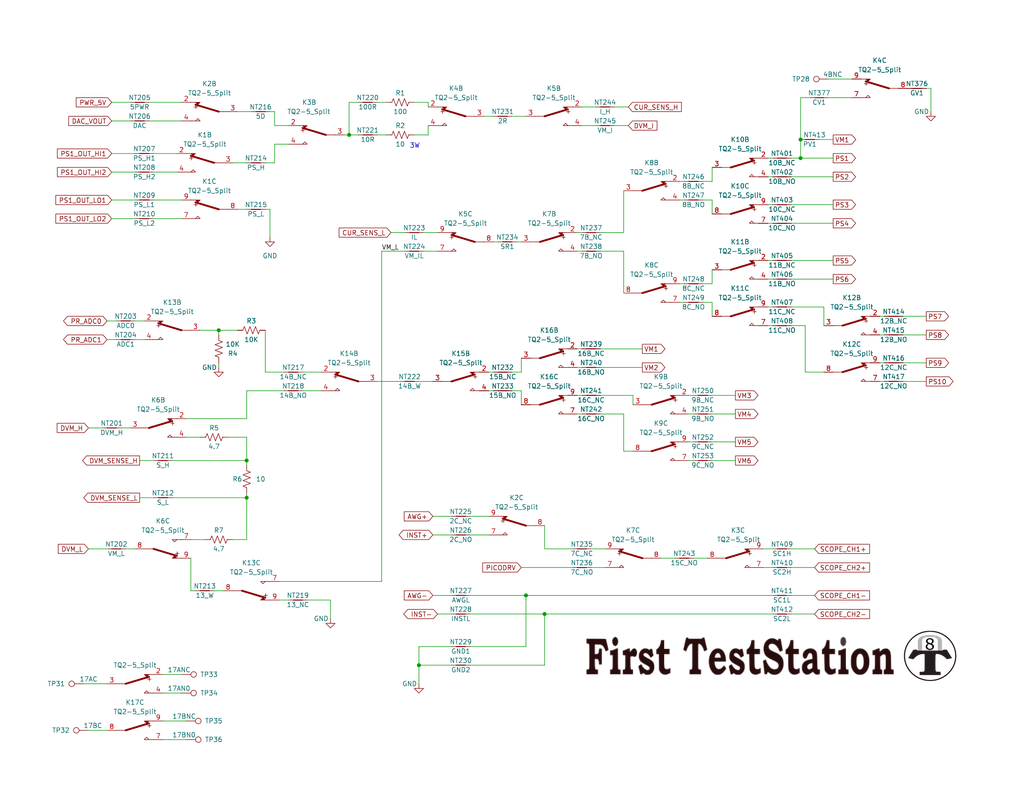
<source format=kicad_sch>
(kicad_sch (version 20230121) (generator eeschema)
  (paper "A")
  (title_block (title "FIRST TEST STATION SELFTEST BOARD 640-1010-020") (date "2023-10-01") (rev "2.0"))
  (lib_symbols
    (symbol "Library:NetTie_2" (pin_numbers hide) (pin_names (offset 0) hide) (in_bom no)
      (property "Reference" "NT" (at 0 1.27 0))
      (property "Value" "NetTie_2" (at 0 -1.27 0))
      (symbol "NetTie_2_0_1"
        (polyline (pts (xy -1.27 0) (xy 1.27 0)) (stroke (width 0.254)))
      )
      (symbol "NetTie_2_1_1"
        (pin passive line (at -2.54 0 0) (length 2.54) (name "1") (number "1"))
        (pin passive line (at 2.54 0 180) (length 2.54) (name "2") (number "2"))
      )
    )
    (symbol "Library:R_US" (pin_numbers hide) (pin_names (offset 0))
      (property "Reference" "R" (at 2.54 0 90))
      (property "Value" "R_US" (at -2.54 0 90))
      (symbol "R_US_0_1"
        (polyline (pts (xy 0 -2.286) (xy 0 -2.54)))
        (polyline (pts (xy 0 2.286) (xy 0 2.54)))
        (polyline (pts (xy 0 -0.762) (xy 1.016 -1.143) (xy 0 -1.524) (xy -1.016 -1.905) (xy 0 -2.286)))
        (polyline (pts (xy 0 0.762) (xy 1.016 0.381) (xy 0 0) (xy -1.016 -0.381) (xy 0 -0.762)))
        (polyline (pts (xy 0 2.286) (xy 1.016 1.905) (xy 0 1.524) (xy -1.016 1.143) (xy 0 0.762)))
      )
      (symbol "R_US_1_1"
        (pin passive line (at 0 3.81 270) (length 1.27) (name "~") (number "1"))
        (pin passive line (at 0 -3.81 90) (length 1.27) (name "~") (number "2"))
      )
    )
    (symbol "Library:TQ2-5_Split"
      (property "Reference" "K" (at 6.35 1.27 0))
      (property "Value" "TQ2-5_Split" (at 6.35 -1.27 0))
      (symbol "TQ2-5_Split_0_0"
        (text "+" (at -1.27 3.81 0) (effects (font (size 1.27 1.27))))
      )
      (symbol "TQ2-5_Split_1_1"
        (rectangle (start -5.08 5.08) (end 5.08 -5.08) (stroke (width 0.254)) (fill (type background)))
        (rectangle (start -3.175 1.905) (end 3.175 -1.905) (stroke (width 0.254)))
        (polyline (pts (xy -2.54 -1.905) (xy 2.54 1.905)) (stroke (width 0.254)))
        (polyline (pts (xy 0 -5.08) (xy 0 -1.905)))
        (polyline (pts (xy 0 5.08) (xy 0 1.905)))
        (pin passive line (at 0 7.62 270) (length 2.54) (name "~") (number "1"))
        (pin passive line (at 0 -7.62 90) (length 2.54) (name "~") (number "10"))
      )
      (symbol "TQ2-5_Split_2_1"
        (polyline (pts (xy 0 -2.54) (xy -1.905 3.81)) (stroke (width 0.508)))
        (polyline (pts (xy 0 -2.54) (xy 0 -5.08)))
        (polyline (pts (xy -2.54 5.08) (xy -2.54 2.54) (xy -1.905 3.175) (xy -2.54 3.81)) (fill (type outline)))
        (polyline (pts (xy 2.54 5.08) (xy 2.54 2.54) (xy 1.905 3.175) (xy 2.54 3.81)))
        (pin passive line (at -2.54 7.62 270) (length 2.54) (name "~") (number "2"))
        (pin passive line (at 0 -7.62 90) (length 2.54) (name "~") (number "3"))
        (pin passive line (at 2.54 7.62 270) (length 2.54) (name "~") (number "4"))
      )
      (symbol "TQ2-5_Split_3_1"
        (polyline (pts (xy 0 -2.54) (xy -1.905 3.81)) (stroke (width 0.508)))
        (polyline (pts (xy 0 -2.54) (xy 0 -5.08)))
        (polyline (pts (xy -2.54 5.08) (xy -2.54 2.54) (xy -1.905 3.175) (xy -2.54 3.81)) (fill (type outline)))
        (polyline (pts (xy 2.54 5.08) (xy 2.54 2.54) (xy 1.905 3.175) (xy 2.54 3.81)))
        (pin passive line (at 2.54 7.62 270) (length 2.54) (name "~") (number "7"))
        (pin passive line (at 0 -7.62 90) (length 2.54) (name "~") (number "8"))
        (pin passive line (at -2.54 7.62 270) (length 2.54) (name "~") (number "9"))
      )
    )
    (symbol "Library:TestPoint" (pin_numbers hide) (pin_names (offset 0.762) hide)
      (property "Reference" "TP" (at 0 6.858 0))
      (property "Value" "TestPoint" (at 0 5.08 0))
      (symbol "TestPoint_0_1"
        (circle (center 0 3.302) (radius 0.762))
      )
      (symbol "TestPoint_1_1"
        (pin passive line (at 0 0 90) (length 2.54) (name "1") (number "1"))
      )
    )
    (symbol "power:GND" (power) (pin_names (offset 0))
      (property "Value" "GND" (at 0 -3.81 0))
      (symbol "GND_0_1"
        (polyline (pts (xy 0 0) (xy 0 -1.27) (xy 1.27 -1.27) (xy 0 -2.54) (xy -1.27 -1.27) (xy 0 -1.27)))
      )
      (symbol "GND_1_1"
        (pin power_in line (at 0 0 270) (length 0) hide (name "GND") (number "1"))
      )
    )
  )
  (junction (at 218.44 38.1))
  (junction (at 59.69 90.17))
  (junction (at 143.51 162.56))
  (junction (at 114.3 181.61))
  (junction (at 95.25 36.83))
  (junction (at 67.31 135.89))
  (junction (at 148.59 167.64))
  (junction (at 67.31 125.73))
  (junction (at 218.44 43.18))
  (wire (pts (xy 104.14 68.58) (xy 110.49 68.58)))
  (wire (pts (xy 223.52 38.1) (xy 227.33 38.1)))
  (wire (pts (xy 72.39 44.45) (xy 74.93 44.45)))
  (wire (pts (xy 67.31 119.38) (xy 67.31 125.73)))
  (wire (pts (xy 118.11 146.05) (xy 123.19 146.05)))
  (wire (pts (xy 209.55 71.12) (xy 210.82 71.12)))
  (wire (pts (xy 118.11 162.56) (xy 123.19 162.56)))
  (wire (pts (xy 82.55 106.68) (xy 87.63 106.68)))
  (wire (pts (xy 113.03 27.94) (xy 116.84 27.94)))
  (wire (pts (xy 157.48 63.5) (xy 158.75 63.5)))
  (wire (pts (xy 134.62 66.04) (xy 135.89 66.04)))
  (wire (pts (xy 219.71 88.9) (xy 215.9 88.9)))
  (wire (pts (xy 209.55 88.9) (xy 210.82 88.9)))
  (wire (pts (xy 139.7 106.68) (xy 142.24 106.68)))
  (wire (pts (xy 76.2 158.75) (xy 104.14 158.75)))
  (wire (pts (xy 232.41 21.59) (xy 226.06 21.59)))
  (wire (pts (xy 215.9 167.64) (xy 222.25 167.64)))
  (wire (pts (xy 63.5 44.45) (xy 67.31 44.45)))
  (wire (pts (xy 44.45 196.85) (xy 50.8 196.85)))
  (wire (pts (xy 95.25 27.94) (xy 95.25 36.83)))
  (wire (pts (xy 36.83 87.63) (xy 39.37 87.63)))
  (wire (pts (xy 90.17 163.83) (xy 90.17 168.91)))
  (wire (pts (xy 73.66 57.15) (xy 72.39 57.15)))
  (wire (pts (xy 30.48 27.94) (xy 35.56 27.94)))
  (wire (pts (xy 220.98 26.67) (xy 218.44 26.67)))
  (wire (pts (xy 163.83 95.25) (xy 175.26 95.25)))
  (wire (pts (xy 52.07 147.32) (xy 55.88 147.32)))
  (wire (pts (xy 102.87 36.83) (xy 105.41 36.83)))
  (wire (pts (xy 240.03 99.06) (xy 241.3 99.06)))
  (wire (pts (xy 148.59 181.61) (xy 148.59 167.64)))
  (wire (pts (xy 123.19 176.53) (xy 114.3 176.53)))
  (wire (pts (xy 185.42 54.61) (xy 186.69 54.61)))
  (wire (pts (xy 224.79 83.82) (xy 224.79 88.9)))
  (wire (pts (xy 194.31 54.61) (xy 194.31 58.42)))
  (wire (pts (xy 133.35 101.6) (xy 134.62 101.6)))
  (wire (pts (xy 215.9 71.12) (xy 227.33 71.12)))
  (wire (pts (xy 41.91 54.61) (xy 49.53 54.61)))
  (wire (pts (xy 189.23 152.4) (xy 193.04 152.4)))
  (wire (pts (xy 46.99 125.73) (xy 67.31 125.73)))
  (wire (pts (xy 215.9 43.18) (xy 218.44 43.18)))
  (wire (pts (xy 161.29 154.94) (xy 165.1 154.94)))
  (wire (pts (xy 52.07 152.4) (xy 52.07 161.29)))
  (wire (pts (xy 194.31 77.47) (xy 194.31 73.66)))
  (wire (pts (xy 161.29 149.86) (xy 165.1 149.86)))
  (wire (pts (xy 115.57 68.58) (xy 119.38 68.58)))
  (wire (pts (xy 157.48 68.58) (xy 158.75 68.58)))
  (wire (pts (xy 163.83 107.95) (xy 172.72 107.95)))
  (wire (pts (xy 30.48 41.91) (xy 36.83 41.91)))
  (wire (pts (xy 143.51 162.56) (xy 210.82 162.56)))
  (wire (pts (xy 209.55 60.96) (xy 210.82 60.96)))
  (wire (pts (xy 40.64 33.02) (xy 49.53 33.02)))
  (wire (pts (xy 114.3 181.61) (xy 114.3 186.69)))
  (wire (pts (xy 139.7 31.75) (xy 143.51 31.75)))
  (wire (pts (xy 254 24.13) (xy 254 30.48)))
  (wire (pts (xy 93.98 36.83) (xy 95.25 36.83)))
  (wire (pts (xy 143.51 176.53) (xy 143.51 162.56)))
  (wire (pts (xy 170.18 113.03) (xy 163.83 113.03)))
  (wire (pts (xy 240.03 91.44) (xy 241.3 91.44)))
  (wire (pts (xy 95.25 36.83) (xy 97.79 36.83)))
  (wire (pts (xy 59.69 90.17) (xy 59.69 91.44)))
  (wire (pts (xy 215.9 149.86) (xy 222.25 149.86)))
  (wire (pts (xy 163.83 63.5) (xy 170.18 63.5)))
  (wire (pts (xy 30.48 54.61) (xy 36.83 54.61)))
  (wire (pts (xy 41.91 59.69) (xy 49.53 59.69)))
  (wire (pts (xy 215.9 76.2) (xy 227.33 76.2)))
  (wire (pts (xy 215.9 154.94) (xy 222.25 154.94)))
  (wire (pts (xy 142.24 106.68) (xy 142.24 110.49)))
  (wire (pts (xy 64.77 30.48) (xy 68.58 30.48)))
  (wire (pts (xy 170.18 123.19) (xy 172.72 123.19)))
  (wire (pts (xy 208.28 149.86) (xy 210.82 149.86)))
  (wire (pts (xy 132.08 31.75) (xy 134.62 31.75)))
  (wire (pts (xy 185.42 77.47) (xy 186.69 77.47)))
  (wire (pts (xy 102.87 27.94) (xy 105.41 27.94)))
  (wire (pts (xy 106.68 63.5) (xy 110.49 63.5)))
  (wire (pts (xy 67.31 106.68) (xy 77.47 106.68)))
  (wire (pts (xy 163.83 68.58) (xy 170.18 68.58)))
  (wire (pts (xy 38.1 125.73) (xy 41.91 125.73)))
  (wire (pts (xy 157.48 107.95) (xy 158.75 107.95)))
  (wire (pts (xy 194.31 113.03) (xy 200.66 113.03)))
  (wire (pts (xy 29.21 92.71) (xy 31.75 92.71)))
  (wire (pts (xy 22.86 186.69) (xy 29.21 186.69)))
  (wire (pts (xy 209.55 83.82) (xy 210.82 83.82)))
  (wire (pts (xy 104.14 158.75) (xy 104.14 68.58)))
  (wire (pts (xy 142.24 154.94) (xy 156.21 154.94)))
  (wire (pts (xy 170.18 68.58) (xy 170.18 80.01)))
  (wire (pts (xy 191.77 54.61) (xy 194.31 54.61)))
  (wire (pts (xy 116.84 27.94) (xy 116.84 29.21)))
  (wire (pts (xy 133.35 106.68) (xy 134.62 106.68)))
  (wire (pts (xy 115.57 63.5) (xy 119.38 63.5)))
  (wire (pts (xy 67.31 125.73) (xy 67.31 127)))
  (wire (pts (xy 59.69 99.06) (xy 59.69 100.33)))
  (wire (pts (xy 54.61 90.17) (xy 59.69 90.17)))
  (wire (pts (xy 67.31 147.32) (xy 67.31 135.89)))
  (wire (pts (xy 215.9 60.96) (xy 227.33 60.96)))
  (wire (pts (xy 194.31 49.53) (xy 194.31 45.72)))
  (wire (pts (xy 113.03 36.83) (xy 116.84 36.83)))
  (wire (pts (xy 215.9 55.88) (xy 227.33 55.88)))
  (wire (pts (xy 191.77 77.47) (xy 194.31 77.47)))
  (wire (pts (xy 114.3 104.14) (xy 118.11 104.14)))
  (wire (pts (xy 116.84 36.83) (xy 116.84 34.29)))
  (wire (pts (xy 128.27 181.61) (xy 148.59 181.61)))
  (wire (pts (xy 246.38 99.06) (xy 252.73 99.06)))
  (wire (pts (xy 157.48 113.03) (xy 158.75 113.03)))
  (wire (pts (xy 194.31 82.55) (xy 194.31 86.36)))
  (wire (pts (xy 157.48 100.33) (xy 158.75 100.33)))
  (wire (pts (xy 128.27 146.05) (xy 133.35 146.05)))
  (wire (pts (xy 139.7 101.6) (xy 142.24 101.6)))
  (wire (pts (xy 44.45 189.23) (xy 49.53 189.23)))
  (wire (pts (xy 187.96 113.03) (xy 189.23 113.03)))
  (wire (pts (xy 30.48 33.02) (xy 35.56 33.02)))
  (wire (pts (xy 240.03 104.14) (xy 241.3 104.14)))
  (wire (pts (xy 240.03 86.36) (xy 241.3 86.36)))
  (wire (pts (xy 170.18 113.03) (xy 170.18 123.19)))
  (wire (pts (xy 215.9 48.26) (xy 227.33 48.26)))
  (wire (pts (xy 246.38 91.44) (xy 252.73 91.44)))
  (wire (pts (xy 148.59 149.86) (xy 156.21 149.86)))
  (wire (pts (xy 194.31 107.95) (xy 200.66 107.95)))
  (wire (pts (xy 38.1 135.89) (xy 41.91 135.89)))
  (wire (pts (xy 219.71 88.9) (xy 219.71 101.6)))
  (wire (pts (xy 128.27 140.97) (xy 133.35 140.97)))
  (wire (pts (xy 123.19 181.61) (xy 114.3 181.61)))
  (wire (pts (xy 167.64 29.21) (xy 171.45 29.21)))
  (wire (pts (xy 36.83 92.71) (xy 39.37 92.71)))
  (wire (pts (xy 46.99 135.89) (xy 67.31 135.89)))
  (wire (pts (xy 102.87 104.14) (xy 109.22 104.14)))
  (wire (pts (xy 209.55 55.88) (xy 210.82 55.88)))
  (wire (pts (xy 215.9 83.82) (xy 224.79 83.82)))
  (wire (pts (xy 74.93 34.29) (xy 78.74 34.29)))
  (wire (pts (xy 157.48 95.25) (xy 158.75 95.25)))
  (wire (pts (xy 63.5 147.32) (xy 67.31 147.32)))
  (wire (pts (xy 44.45 201.93) (xy 50.8 201.93)))
  (wire (pts (xy 114.3 176.53) (xy 114.3 181.61)))
  (wire (pts (xy 148.59 143.51) (xy 148.59 149.86)))
  (wire (pts (xy 30.48 46.99) (xy 36.83 46.99)))
  (wire (pts (xy 158.75 29.21) (xy 162.56 29.21)))
  (wire (pts (xy 218.44 38.1) (xy 218.44 43.18)))
  (wire (pts (xy 128.27 176.53) (xy 143.51 176.53)))
  (wire (pts (xy 170.18 63.5) (xy 170.18 52.07)))
  (wire (pts (xy 128.27 162.56) (xy 143.51 162.56)))
  (wire (pts (xy 118.11 140.97) (xy 123.19 140.97)))
  (wire (pts (xy 50.8 119.38) (xy 54.61 119.38)))
  (wire (pts (xy 77.47 101.6) (xy 72.39 101.6)))
  (wire (pts (xy 163.83 100.33) (xy 175.26 100.33)))
  (wire (pts (xy 158.75 34.29) (xy 162.56 34.29)))
  (wire (pts (xy 97.79 27.94) (xy 95.25 27.94)))
  (wire (pts (xy 187.96 107.95) (xy 189.23 107.95)))
  (wire (pts (xy 208.28 154.94) (xy 210.82 154.94)))
  (wire (pts (xy 73.66 30.48) (xy 74.93 30.48)))
  (wire (pts (xy 209.55 48.26) (xy 210.82 48.26)))
  (wire (pts (xy 41.91 41.91) (xy 48.26 41.91)))
  (wire (pts (xy 52.07 161.29) (xy 53.34 161.29)))
  (wire (pts (xy 209.55 43.18) (xy 210.82 43.18)))
  (wire (pts (xy 30.48 59.69) (xy 36.83 59.69)))
  (wire (pts (xy 246.38 104.14) (xy 252.73 104.14)))
  (wire (pts (xy 29.21 87.63) (xy 31.75 87.63)))
  (wire (pts (xy 40.64 27.94) (xy 49.53 27.94)))
  (wire (pts (xy 180.34 152.4) (xy 184.15 152.4)))
  (wire (pts (xy 187.96 120.65) (xy 189.23 120.65)))
  (wire (pts (xy 246.38 86.36) (xy 252.73 86.36)))
  (wire (pts (xy 41.91 46.99) (xy 48.26 46.99)))
  (wire (pts (xy 44.45 184.15) (xy 49.53 184.15)))
  (wire (pts (xy 58.42 161.29) (xy 60.96 161.29)))
  (wire (pts (xy 142.24 101.6) (xy 142.24 97.79)))
  (wire (pts (xy 140.97 66.04) (xy 142.24 66.04)))
  (wire (pts (xy 76.2 163.83) (xy 78.74 163.83)))
  (wire (pts (xy 59.69 90.17) (xy 64.77 90.17)))
  (wire (pts (xy 215.9 162.56) (xy 222.25 162.56)))
  (wire (pts (xy 209.55 76.2) (xy 210.82 76.2)))
  (wire (pts (xy 72.39 101.6) (xy 72.39 90.17)))
  (wire (pts (xy 24.13 199.39) (xy 29.21 199.39)))
  (wire (pts (xy 74.93 30.48) (xy 74.93 34.29)))
  (wire (pts (xy 83.82 163.83) (xy 90.17 163.83)))
  (wire (pts (xy 50.8 114.3) (xy 67.31 114.3)))
  (wire (pts (xy 64.77 57.15) (xy 67.31 57.15)))
  (wire (pts (xy 67.31 114.3) (xy 67.31 106.68)))
  (wire (pts (xy 148.59 167.64) (xy 210.82 167.64)))
  (wire (pts (xy 74.93 39.37) (xy 78.74 39.37)))
  (wire (pts (xy 185.42 82.55) (xy 186.69 82.55)))
  (wire (pts (xy 194.31 120.65) (xy 200.66 120.65)))
  (wire (pts (xy 232.41 26.67) (xy 226.06 26.67)))
  (wire (pts (xy 128.27 167.64) (xy 148.59 167.64)))
  (wire (pts (xy 82.55 101.6) (xy 87.63 101.6)))
  (wire (pts (xy 187.96 125.73) (xy 189.23 125.73)))
  (wire (pts (xy 74.93 44.45) (xy 74.93 39.37)))
  (wire (pts (xy 191.77 49.53) (xy 194.31 49.53)))
  (wire (pts (xy 67.31 134.62) (xy 67.31 135.89)))
  (wire (pts (xy 185.42 49.53) (xy 186.69 49.53)))
  (wire (pts (xy 24.13 149.86) (xy 29.21 149.86)))
  (wire (pts (xy 167.64 34.29) (xy 171.45 34.29)))
  (wire (pts (xy 119.38 167.64) (xy 123.19 167.64)))
  (wire (pts (xy 67.31 119.38) (xy 62.23 119.38)))
  (wire (pts (xy 172.72 107.95) (xy 172.72 110.49)))
  (wire (pts (xy 218.44 43.18) (xy 227.33 43.18)))
  (wire (pts (xy 191.77 82.55) (xy 194.31 82.55)))
  (wire (pts (xy 252.73 24.13) (xy 254 24.13)))
  (wire (pts (xy 219.71 101.6) (xy 224.79 101.6)))
  (wire (pts (xy 218.44 26.67) (xy 218.44 38.1)))
  (wire (pts (xy 24.13 116.84) (xy 27.94 116.84)))
  (wire (pts (xy 34.29 149.86) (xy 36.83 149.86)))
  (wire (pts (xy 73.66 64.77) (xy 73.66 57.15)))
  (wire (pts (xy 194.31 125.73) (xy 200.66 125.73)))
  (wire (pts (xy 33.02 116.84) (xy 35.56 116.84)))
  (image (at 254 179.07))
  (image (at 201.93 179.07) (scale 2.13772))
  (text "3W" (at 111.76 40.64 0) (effects (font (size 1.27 1.27)) (justify left bottom)))
  (label "VM_L" (at 104.14 68.58 0))
  (global_label "VM3" (shape output) (at 200.66 107.95 0) (property "Intersheetrefs" "${INTERSHEET_REFS}" (effects hide)))
  (global_label "CUR_SENS_H" (shape input) (at 171.45 29.21 0) (property "Intersheetrefs" "${INTERSHEET_REFS}" (effects hide)))
  (global_label "DAC_VOUT" (shape input) (at 30.48 33.02 180) (property "Intersheetrefs" "${INTERSHEET_REFS}" (effects hide)))
  (global_label "DVM_SENSE_L" (shape output) (at 38.1 135.89 180) (property "Intersheetrefs" "${INTERSHEET_REFS}" (effects hide)))
  (global_label "DVM_SENSE_H" (shape output) (at 38.1 125.73 180) (property "Intersheetrefs" "${INTERSHEET_REFS}" (effects hide)))
  (global_label "INST-" (shape bidirectional) (at 119.38 167.64 180) (property "Intersheetrefs" "${INTERSHEET_REFS}" (effects hide)))
  (global_label "PS1_OUT_LO1" (shape input) (at 30.48 54.61 180) (property "Intersheetrefs" "${INTERSHEET_REFS}" (effects hide)))
  (global_label "VM2" (shape output) (at 175.26 100.33 0) (property "Intersheetrefs" "${INTERSHEET_REFS}" (effects hide)))
  (global_label "PS8" (shape output) (at 252.73 91.44 0) (property "Intersheetrefs" "${INTERSHEET_REFS}" (effects hide)))
  (global_label "PICODRV" (shape input) (at 142.24 154.94 180) (property "Intersheetrefs" "${INTERSHEET_REFS}" (effects hide)))
  (global_label "CUR_SENS_L" (shape input) (at 106.68 63.5 180) (property "Intersheetrefs" "${INTERSHEET_REFS}" (effects hide)))
  (global_label "DVM_I" (shape input) (at 171.45 34.29 0) (property "Intersheetrefs" "${INTERSHEET_REFS}" (effects hide)))
  (global_label "PS10" (shape output) (at 252.73 104.14 0) (property "Intersheetrefs" "${INTERSHEET_REFS}" (effects hide)))
  (global_label "SCOPE_CH2-" (shape input) (at 222.25 167.64 0) (property "Intersheetrefs" "${INTERSHEET_REFS}" (effects hide)))
  (global_label "DVM_L" (shape input) (at 24.13 149.86 180) (property "Intersheetrefs" "${INTERSHEET_REFS}" (effects hide)))
  (global_label "PS1" (shape output) (at 227.33 43.18 0) (property "Intersheetrefs" "${INTERSHEET_REFS}" (effects hide)))
  (global_label "PS4" (shape output) (at 227.33 60.96 0) (property "Intersheetrefs" "${INTERSHEET_REFS}" (effects hide)))
  (global_label "PS6" (shape output) (at 227.33 76.2 0) (property "Intersheetrefs" "${INTERSHEET_REFS}" (effects hide)))
  (global_label "PS1_OUT_HI1" (shape input) (at 30.48 41.91 180) (property "Intersheetrefs" "${INTERSHEET_REFS}" (effects hide)))
  (global_label "PS2" (shape output) (at 227.33 48.26 0) (property "Intersheetrefs" "${INTERSHEET_REFS}" (effects hide)))
  (global_label "VM1" (shape output) (at 227.33 38.1 0) (property "Intersheetrefs" "${INTERSHEET_REFS}" (effects hide)))
  (global_label "PS1_OUT_LO2" (shape input) (at 30.48 59.69 180) (property "Intersheetrefs" "${INTERSHEET_REFS}" (effects hide)))
  (global_label "PS1_OUT_HI2" (shape input) (at 30.48 46.99 180) (property "Intersheetrefs" "${INTERSHEET_REFS}" (effects hide)))
  (global_label "PS9" (shape output) (at 252.73 99.06 0) (property "Intersheetrefs" "${INTERSHEET_REFS}" (effects hide)))
  (global_label "VM1" (shape output) (at 175.26 95.25 0) (property "Intersheetrefs" "${INTERSHEET_REFS}" (effects hide)))
  (global_label "SCOPE_CH2+" (shape input) (at 222.25 154.94 0) (property "Intersheetrefs" "${INTERSHEET_REFS}" (effects hide)))
  (global_label "PS5" (shape output) (at 227.33 71.12 0) (property "Intersheetrefs" "${INTERSHEET_REFS}" (effects hide)))
  (global_label "DVM_H" (shape input) (at 24.13 116.84 180) (property "Intersheetrefs" "${INTERSHEET_REFS}" (effects hide)))
  (global_label "PWR_5V" (shape input) (at 30.48 27.94 180) (property "Intersheetrefs" "${INTERSHEET_REFS}" (effects hide)))
  (global_label "AWG-" (shape input) (at 118.11 162.56 180) (property "Intersheetrefs" "${INTERSHEET_REFS}" (effects hide)))
  (global_label "VM5" (shape output) (at 200.66 120.65 0) (property "Intersheetrefs" "${INTERSHEET_REFS}" (effects hide)))
  (global_label "PS7" (shape output) (at 252.73 86.36 0) (property "Intersheetrefs" "${INTERSHEET_REFS}" (effects hide)))
  (global_label "PR_ADC1" (shape bidirectional) (at 29.21 92.71 180) (property "Intersheetrefs" "${INTERSHEET_REFS}" (effects hide)))
  (global_label "SCOPE_CH1+" (shape input) (at 222.25 149.86 0) (property "Intersheetrefs" "${INTERSHEET_REFS}" (effects hide)))
  (global_label "INST+" (shape bidirectional) (at 118.11 146.05 180) (property "Intersheetrefs" "${INTERSHEET_REFS}" (effects hide)))
  (global_label "AWG+" (shape input) (at 118.11 140.97 180) (property "Intersheetrefs" "${INTERSHEET_REFS}" (effects hide)))
  (global_label "VM6" (shape output) (at 200.66 125.73 0) (property "Intersheetrefs" "${INTERSHEET_REFS}" (effects hide)))
  (global_label "SCOPE_CH1-" (shape input) (at 222.25 162.56 0) (property "Intersheetrefs" "${INTERSHEET_REFS}" (effects hide)))
  (global_label "VM4" (shape output) (at 200.66 113.03 0) (property "Intersheetrefs" "${INTERSHEET_REFS}" (effects hide)))
  (global_label "PR_ADC0" (shape bidirectional) (at 29.21 87.63 180) (property "Intersheetrefs" "${INTERSHEET_REFS}" (effects hide)))
  (global_label "PS3" (shape output) (at 227.33 55.88 0) (property "Intersheetrefs" "${INTERSHEET_REFS}" (effects hide)))
  (symbol (lib_id "Library:NetTie_2") (at 213.36 71.12 0) (unit 1)
    (property "Reference" "NT405" (at 213.36 69.85 0))
    (property "Value" "11B_NC" (at 213.36 72.39 0))
    (property "Footprint" "NetTie:NetTie-2_Front1.0mm" (effects hide))
  )
  (symbol (lib_id "Library:TQ2-5_Split") (at 43.18 116.84 270) (unit 2)
    (property "Reference" "K6" (at 43.18 109.22 90))
    (property "Value" "TQ2-5_Split" (at 43.18 111.76 90))
    (property "Footprint" "Relay_THT:Relay_DPDT_FRT5" (effects hide))
  )
  (symbol (lib_id "Library:NetTie_2") (at 191.77 113.03 0) (unit 1)
    (property "Reference" "NT251" (at 191.77 111.76 0))
    (property "Value" "9B_NO" (at 191.77 114.3 0))
    (property "Footprint" "NetTie:NetTie-2_Front1.0mm" (effects hide))
  )
  (symbol (lib_id "Library:NetTie_2") (at 191.77 107.95 0) (unit 1)
    (property "Reference" "NT250" (at 191.77 106.68 0))
    (property "Value" "9B_NC" (at 191.77 109.22 0))
    (property "Footprint" "NetTie:NetTie-2_Front1.0mm" (effects hide))
  )
  (symbol (lib_id "Library:NetTie_2") (at 243.84 86.36 0) (unit 1)
    (property "Reference" "NT414" (at 243.84 85.09 0))
    (property "Value" "12B_NC" (at 243.84 87.63 0))
    (property "Footprint" "NetTie:NetTie-2_Front1.0mm" (effects hide))
  )
  (symbol (lib_id "Library:NetTie_2") (at 44.45 125.73 0) (unit 1)
    (property "Reference" "NT211" (at 44.45 124.46 0))
    (property "Value" "S_H" (at 44.45 127 0))
    (property "Footprint" "NetTie:NetTie-2_Front1.0mm" (effects hide))
  )
  (symbol (lib_id "Library:NetTie_2") (at 223.52 26.67 0) (unit 1)
    (property "Reference" "NT377" (at 223.52 25.4 0))
    (property "Value" "CV1" (at 223.52 27.94 0))
    (property "Footprint" "NetTie:NetTie-2_Front1.0mm" (effects hide))
  )
  (symbol (lib_id "Library:NetTie_2") (at 161.29 63.5 0) (unit 1)
    (property "Reference" "NT237" (at 161.29 62.23 0))
    (property "Value" "7B_NC" (at 161.29 64.77 0))
    (property "Footprint" "NetTie:NetTie-2_Front1.0mm" (effects hide))
  )
  (symbol (lib_id "Library:TQ2-5_Split") (at 180.34 123.19 270) (unit 3)
    (property "Reference" "K9" (at 180.34 115.57 90))
    (property "Value" "TQ2-5_Split" (at 180.34 118.11 90))
    (property "Footprint" "Relay_THT:Relay_DPDT_FRT5" (effects hide))
  )
  (symbol (lib_id "Library:NetTie_2") (at 213.36 83.82 0) (unit 1)
    (property "Reference" "NT407" (at 213.36 82.55 0))
    (property "Value" "11C_NC" (at 213.36 85.09 0))
    (property "Footprint" "NetTie:NetTie-2_Front1.0mm" (effects hide))
  )
  (symbol (lib_id "Library:TestPoint") (at 49.53 184.15 270) (unit 1)
    (property "Reference" "TP33" (at 54.61 184.15 90) (effects (justify left)))
    (property "Value" "17ANC" (at 45.72 182.88 90) (effects (justify left)))
    (property "Footprint" "TestPoint:TestPoint_THTPad_D1.5mm_Drill0.7mm" (effects hide))
  )
  (symbol (lib_id "Library:NetTie_2") (at 38.1 33.02 0) (unit 1)
    (property "Reference" "NT206" (at 38.1 31.75 0))
    (property "Value" "DAC" (at 38.1 34.29 0))
    (property "Footprint" "NetTie:NetTie-2_Front1.0mm" (effects hide))
  )
  (symbol (lib_id "Library:TQ2-5_Split") (at 86.36 36.83 90) (mirror x) (unit 2)
    (property "Reference" "K3" (at 86.36 27.94 90) (effects (justify left)))
    (property "Value" "TQ2-5_Split" (at 90.17 30.48 90) (effects (justify left)))
    (property "Footprint" "Relay_THT:Relay_DPDT_FRT5" (effects hide))
  )
  (symbol (lib_id "Library:NetTie_2") (at 189.23 77.47 0) (unit 1)
    (property "Reference" "NT248" (at 189.23 76.2 0))
    (property "Value" "8C_NC" (at 189.23 78.74 0))
    (property "Footprint" "NetTie:NetTie-2_Front1.0mm" (effects hide))
  )
  (symbol (lib_id "Library:NetTie_2") (at 243.84 104.14 0) (unit 1)
    (property "Reference" "NT417" (at 243.84 102.87 0))
    (property "Value" "12C_NO" (at 243.84 105.41 0))
    (property "Footprint" "NetTie:NetTie-2_Front1.0mm" (effects hide))
  )
  (symbol (lib_id "Library:TQ2-5_Split") (at 201.93 45.72 270) (unit 2)
    (property "Reference" "K10" (at 201.93 38.1 90))
    (property "Value" "TQ2-5_Split" (at 201.93 40.64 90))
    (property "Footprint" "Relay_THT:Relay_DPDT_FRT5" (effects hide))
  )
  (symbol (lib_id "power:GND") (at 59.69 100.33 0) (unit 1)
    (property "Reference" "#PWR0101" (effects hide))
    (property "Value" "GND" (at 57.15 100.33 0))
  )
  (symbol (lib_id "Library:NetTie_2") (at 39.37 54.61 0) (unit 1)
    (property "Reference" "NT209" (at 39.37 53.34 0))
    (property "Value" "PS_L1" (at 39.37 55.88 0))
    (property "Footprint" "NetTie:NetTie-2_Front1.0mm" (effects hide))
  )
  (symbol (lib_id "Library:TestPoint") (at 22.86 186.69 90) (mirror x) (unit 1)
    (property "Reference" "TP31" (at 17.78 186.69 90) (effects (justify left)))
    (property "Value" "17AC" (at 26.67 185.42 90) (effects (justify left)))
    (property "Footprint" "TestPoint:TestPoint_THTPad_D1.5mm_Drill0.7mm" (effects hide))
  )
  (symbol (lib_id "Library:TestPoint") (at 49.53 189.23 270) (unit 1)
    (property "Reference" "TP34" (at 54.61 189.23 90) (effects (justify left)))
    (property "Value" "17AN0" (at 45.72 187.96 90) (effects (justify left)))
    (property "Footprint" "TestPoint:TestPoint_THTPad_D1.5mm_Drill0.7mm" (effects hide))
  )
  (symbol (lib_id "Library:R_US") (at 109.22 27.94 270) (unit 1)
    (property "Reference" "R1" (at 109.22 25.4 90))
    (property "Value" "100" (at 109.22 30.48 90))
    (property "Footprint" "Resistor_THT:R_Axial_DIN0207_L6.3mm_D2.5mm_P10.16mm_Horizontal" (effects hide))
  )
  (symbol (lib_id "Library:NetTie_2") (at 69.85 44.45 0) (unit 1)
    (property "Reference" "NT214" (at 69.85 43.18 0))
    (property "Value" "PS_H" (at 69.85 45.72 0))
    (property "Footprint" "NetTie:NetTie-2_Front1.0mm" (effects hide))
  )
  (symbol (lib_id "Library:NetTie_2") (at 213.36 60.96 0) (unit 1)
    (property "Reference" "NT404" (at 213.36 59.69 0))
    (property "Value" "10C_NO" (at 213.36 62.23 0))
    (property "Footprint" "NetTie:NetTie-2_Front1.0mm" (effects hide))
  )
  (symbol (lib_id "Library:NetTie_2") (at 191.77 120.65 0) (unit 1)
    (property "Reference" "NT252" (at 191.77 119.38 0))
    (property "Value" "9C_NC" (at 191.77 121.92 0))
    (property "Footprint" "NetTie:NetTie-2_Front1.0mm" (effects hide))
  )
  (symbol (lib_id "Library:TQ2-5_Split") (at 44.45 149.86 270) (mirror x) (unit 3)
    (property "Reference" "K6" (at 44.45 142.24 90))
    (property "Value" "TQ2-5_Split" (at 44.45 144.78 90))
    (property "Footprint" "Relay_THT:Relay_DPDT_FRT5" (effects hide))
  )
  (symbol (lib_id "Library:NetTie_2") (at 213.36 76.2 0) (unit 1)
    (property "Reference" "NT406" (at 213.36 74.93 0))
    (property "Value" "11B_NO" (at 213.36 77.47 0))
    (property "Footprint" "NetTie:NetTie-2_Front1.0mm" (effects hide))
  )
  (symbol (lib_id "Library:TQ2-5_Split") (at 57.15 57.15 90) (mirror x) (unit 3)
    (property "Reference" "K1" (at 57.15 49.53 90))
    (property "Value" "TQ2-5_Split" (at 57.15 52.07 90))
    (property "Footprint" "Relay_THT:Relay_DPDT_FRT5" (effects hide))
  )
  (symbol (lib_id "Library:TQ2-5_Split") (at 125.73 104.14 270) (unit 2)
    (property "Reference" "K15" (at 125.73 96.52 90))
    (property "Value" "TQ2-5_Split" (at 125.73 99.06 90))
    (property "Footprint" "Relay_THT:Relay_DPDT_FRT5" (effects hide))
  )
  (symbol (lib_id "Library:TQ2-5_Split") (at 201.93 58.42 270) (unit 3)
    (property "Reference" "K10" (at 201.93 50.8 90))
    (property "Value" "TQ2-5_Split" (at 201.93 53.34 90))
    (property "Footprint" "Relay_THT:Relay_DPDT_FRT5" (effects hide))
  )
  (symbol (lib_id "Library:NetTie_2") (at 243.84 99.06 0) (unit 1)
    (property "Reference" "NT416" (at 243.84 97.79 0))
    (property "Value" "12C_NC" (at 243.84 100.33 0))
    (property "Footprint" "NetTie:NetTie-2_Front1.0mm" (effects hide))
  )
  (symbol (lib_id "Library:NetTie_2") (at 161.29 113.03 0) (unit 1)
    (property "Reference" "NT242" (at 161.29 111.76 0))
    (property "Value" "16C_NO" (at 161.29 114.3 0))
    (property "Footprint" "NetTie:NetTie-2_Front1.0mm" (effects hide))
  )
  (symbol (lib_id "Library:NetTie_2") (at 189.23 82.55 0) (unit 1)
    (property "Reference" "NT249" (at 189.23 81.28 0))
    (property "Value" "8C_NO" (at 189.23 83.82 0))
    (property "Footprint" "NetTie:NetTie-2_Front1.0mm" (effects hide))
  )
  (symbol (lib_id "Library:NetTie_2") (at 125.73 181.61 0) (unit 1)
    (property "Reference" "NT230" (at 125.73 180.34 0))
    (property "Value" "GND2" (at 125.73 182.88 0))
    (property "Footprint" "NetTie:NetTie-2_Front1.0mm" (effects hide))
  )
  (symbol (lib_id "Library:NetTie_2") (at 137.16 106.68 0) (unit 1)
    (property "Reference" "NT233" (at 137.16 105.41 0))
    (property "Value" "15B_NO" (at 137.16 107.95 0))
    (property "Footprint" "NetTie:NetTie-2_Front1.0mm" (effects hide))
  )
  (symbol (lib_id "Library:NetTie_2") (at 213.36 154.94 0) (unit 1)
    (property "Reference" "NT410" (at 213.36 153.67 0))
    (property "Value" "SC2H" (at 213.36 156.21 0))
    (property "Footprint" "NetTie:NetTie-2_Front1.0mm" (effects hide))
  )
  (symbol (lib_id "Library:TQ2-5_Split") (at 57.15 30.48 90) (mirror x) (unit 2)
    (property "Reference" "K2" (at 57.15 22.86 90))
    (property "Value" "TQ2-5_Split" (at 57.15 25.4 90))
    (property "Footprint" "Relay_THT:Relay_DPDT_FRT5" (effects hide))
  )
  (symbol (lib_id "Library:NetTie_2") (at 30.48 116.84 0) (unit 1)
    (property "Reference" "NT201" (at 30.48 115.57 0))
    (property "Value" "DVM_H" (at 30.48 118.11 0))
    (property "Footprint" "NetTie:NetTie-2_Front1.0mm" (effects hide))
  )
  (symbol (lib_id "Library:TQ2-5_Split") (at 177.8 52.07 270) (unit 2)
    (property "Reference" "K8" (at 177.8 44.45 90))
    (property "Value" "TQ2-5_Split" (at 177.8 46.99 90))
    (property "Footprint" "Relay_THT:Relay_DPDT_FRT5" (effects hide))
  )
  (symbol (lib_id "Library:NetTie_2") (at 44.45 135.89 0) (unit 1)
    (property "Reference" "NT212" (at 44.45 134.62 0))
    (property "Value" "S_L" (at 44.45 137.16 0))
    (property "Footprint" "NetTie:NetTie-2_Front1.0mm" (effects hide))
  )
  (symbol (lib_id "Library:TQ2-5_Split") (at 36.83 199.39 270) (unit 3)
    (property "Reference" "K17" (at 36.83 191.77 90))
    (property "Value" "TQ2-5_Split" (at 36.83 194.31 90))
    (property "Footprint" "Relay_THT:Relay_DPDT_FRT5" (effects hide))
  )
  (symbol (lib_id "Library:NetTie_2") (at 138.43 66.04 0) (unit 1)
    (property "Reference" "NT234" (at 138.43 64.77 0))
    (property "Value" "SR1" (at 138.43 67.31 0))
    (property "Footprint" "NetTie:NetTie-2_Front1.0mm" (effects hide))
  )
  (symbol (lib_id "Library:NetTie_2") (at 34.29 87.63 0) (unit 1)
    (property "Reference" "NT203" (at 34.29 86.36 0))
    (property "Value" "ADC0" (at 34.29 88.9 0))
    (property "Footprint" "NetTie:NetTie-2_Front1.0mm" (effects hide))
  )
  (symbol (lib_id "Library:TQ2-5_Split") (at 149.86 110.49 270) (unit 3)
    (property "Reference" "K16" (at 149.86 102.87 90))
    (property "Value" "TQ2-5_Split" (at 149.86 105.41 90))
    (property "Footprint" "Relay_THT:Relay_DPDT_FRT5" (effects hide))
  )
  (symbol (lib_id "Library:NetTie_2") (at 100.33 27.94 0) (unit 1)
    (property "Reference" "NT220" (at 100.33 26.67 0))
    (property "Value" "100R" (at 100.33 29.21 0))
    (property "Footprint" "NetTie:NetTie-2_Front1.0mm" (effects hide))
  )
  (symbol (lib_id "Library:TQ2-5_Split") (at 68.58 161.29 270) (mirror x) (unit 3)
    (property "Reference" "K13" (at 68.58 153.67 90))
    (property "Value" "TQ2-5_Split" (at 68.58 156.21 90))
    (property "Footprint" "Relay_THT:Relay_DPDT_FRT5" (effects hide))
  )
  (symbol (lib_id "Library:NetTie_2") (at 243.84 91.44 0) (unit 1)
    (property "Reference" "NT415" (at 243.84 90.17 0))
    (property "Value" "12B_NO" (at 243.84 92.71 0))
    (property "Footprint" "NetTie:NetTie-2_Front1.0mm" (effects hide))
  )
  (symbol (lib_id "Library:TQ2-5_Split") (at 240.03 24.13 90) (mirror x) (unit 3)
    (property "Reference" "K4" (at 240.03 16.51 90))
    (property "Value" "TQ2-5_Split" (at 240.03 19.05 90))
    (property "Footprint" "Relay_THT:Relay_DPDT_FRT5" (effects hide))
  )
  (symbol (lib_id "power:GND") (at 114.3 186.69 0) (unit 1)
    (property "Reference" "#PWR012" (effects hide))
    (property "Value" "GND" (at 111.76 186.69 0))
  )
  (symbol (lib_id "Library:NetTie_2") (at 165.1 34.29 0) (unit 1)
    (property "Reference" "NT245" (at 165.1 33.02 0))
    (property "Value" "VM_I" (at 165.1 35.56 0))
    (property "Footprint" "NetTie:NetTie-2_Front1.0mm" (effects hide))
  )
  (symbol (lib_id "Library:NetTie_2") (at 39.37 59.69 0) (unit 1)
    (property "Reference" "NT210" (at 39.37 58.42 0))
    (property "Value" "PS_L2" (at 39.37 60.96 0))
    (property "Footprint" "NetTie:NetTie-2_Front1.0mm" (effects hide))
  )
  (symbol (lib_id "Library:NetTie_2") (at 137.16 101.6 0) (unit 1)
    (property "Reference" "NT232" (at 137.16 100.33 0))
    (property "Value" "15B_NC" (at 137.16 102.87 0))
    (property "Footprint" "NetTie:NetTie-2_Front1.0mm" (effects hide))
  )
  (symbol (lib_id "Library:TestPoint") (at 226.06 21.59 90) (mirror x) (unit 1)
    (property "Reference" "TP28" (at 220.98 21.59 90) (effects (justify left)))
    (property "Value" "4BNC" (at 229.87 20.32 90) (effects (justify left)))
    (property "Footprint" "TestPoint:TestPoint_THTPad_D1.5mm_Drill0.7mm" (effects hide))
  )
  (symbol (lib_id "Library:NetTie_2") (at 250.19 24.13 0) (unit 1)
    (property "Reference" "NT376" (at 250.19 22.86 0))
    (property "Value" "GV1" (at 250.19 25.4 0))
    (property "Footprint" "NetTie:NetTie-2_Front1.0mm" (effects hide))
  )
  (symbol (lib_id "Library:NetTie_2") (at 39.37 46.99 0) (unit 1)
    (property "Reference" "NT208" (at 39.37 45.72 0))
    (property "Value" "PS_H2" (at 39.37 48.26 0))
    (property "Footprint" "NetTie:NetTie-2_Front1.0mm" (effects hide))
  )
  (symbol (lib_id "Library:NetTie_2") (at 125.73 146.05 0) (unit 1)
    (property "Reference" "NT226" (at 125.73 144.78 0))
    (property "Value" "2C_NO" (at 125.73 147.32 0))
    (property "Footprint" "NetTie:NetTie-2_Front1.0mm" (effects hide))
  )
  (symbol (lib_id "Library:NetTie_2") (at 213.36 48.26 0) (unit 1)
    (property "Reference" "NT402" (at 213.36 46.99 0))
    (property "Value" "10B_NO" (at 213.36 49.53 0))
    (property "Footprint" "NetTie:NetTie-2_Front1.0mm" (effects hide))
  )
  (symbol (lib_id "Library:NetTie_2") (at 158.75 149.86 0) (unit 1)
    (property "Reference" "NT235" (at 158.75 148.59 0))
    (property "Value" "7C_NC" (at 158.75 151.13 0))
    (property "Footprint" "NetTie:NetTie-2_Front1.0mm" (effects hide))
  )
  (symbol (lib_id "Library:NetTie_2") (at 113.03 68.58 0) (unit 1)
    (property "Reference" "NT224" (at 113.03 67.31 0))
    (property "Value" "VM_IL" (at 113.03 69.85 0))
    (property "Footprint" "NetTie:NetTie-2_Front1.0mm" (effects hide))
  )
  (symbol (lib_id "Library:NetTie_2") (at 191.77 125.73 0) (unit 1)
    (property "Reference" "NT253" (at 191.77 124.46 0))
    (property "Value" "9C_NO" (at 191.77 127 0))
    (property "Footprint" "NetTie:NetTie-2_Front1.0mm" (effects hide))
  )
  (symbol (lib_id "Library:NetTie_2") (at 213.36 162.56 0) (unit 1)
    (property "Reference" "NT411" (at 213.36 161.29 0))
    (property "Value" "SC1L" (at 213.36 163.83 0))
    (property "Footprint" "NetTie:NetTie-2_Front1.0mm" (effects hide))
  )
  (symbol (lib_id "Library:TestPoint") (at 50.8 196.85 270) (unit 1)
    (property "Reference" "TP35" (at 55.88 196.85 90) (effects (justify left)))
    (property "Value" "17BNC" (at 46.99 195.58 90) (effects (justify left)))
    (property "Footprint" "TestPoint:TestPoint_THTPad_D1.5mm_Drill0.7mm" (effects hide))
  )
  (symbol (lib_id "Library:NetTie_2") (at 161.29 68.58 0) (unit 1)
    (property "Reference" "NT238" (at 161.29 67.31 0))
    (property "Value" "7B_NO" (at 161.29 69.85 0))
    (property "Footprint" "NetTie:NetTie-2_Front1.0mm" (effects hide))
  )
  (symbol (lib_id "Library:NetTie_2") (at 213.36 55.88 0) (unit 1)
    (property "Reference" "NT403" (at 213.36 54.61 0))
    (property "Value" "10C_NC" (at 213.36 57.15 0))
    (property "Footprint" "NetTie:NetTie-2_Front1.0mm" (effects hide))
  )
  (symbol (lib_id "Library:TestPoint") (at 24.13 199.39 90) (mirror x) (unit 1)
    (property "Reference" "TP32" (at 19.05 199.39 90) (effects (justify left)))
    (property "Value" "17BC" (at 27.94 198.12 90) (effects (justify left)))
    (property "Footprint" "TestPoint:TestPoint_THTPad_D1.5mm_Drill0.7mm" (effects hide))
  )
  (symbol (lib_id "Library:TQ2-5_Split") (at 55.88 44.45 90) (mirror x) (unit 2)
    (property "Reference" "K1" (at 55.88 36.83 90))
    (property "Value" "TQ2-5_Split" (at 55.88 39.37 90))
    (property "Footprint" "Relay_THT:Relay_DPDT_FRT5" (effects hide))
  )
  (symbol (lib_id "Library:TQ2-5_Split") (at 46.99 90.17 90) (mirror x) (unit 2)
    (property "Reference" "K13" (at 46.99 82.55 90))
    (property "Value" "TQ2-5_Split" (at 46.99 85.09 90))
    (property "Footprint" "Relay_THT:Relay_DPDT_FRT5" (effects hide))
  )
  (symbol (lib_id "Library:NetTie_2") (at 161.29 100.33 0) (unit 1)
    (property "Reference" "NT240" (at 161.29 99.06 0))
    (property "Value" "16B_NO" (at 161.29 101.6 0))
    (property "Footprint" "NetTie:NetTie-2_Front1.0mm" (effects hide))
  )
  (symbol (lib_id "Library:TQ2-5_Split") (at 201.93 86.36 270) (unit 3)
    (property "Reference" "K11" (at 201.93 78.74 90))
    (property "Value" "TQ2-5_Split" (at 201.93 81.28 90))
    (property "Footprint" "Relay_THT:Relay_DPDT_FRT5" (effects hide))
  )
  (symbol (lib_id "Library:NetTie_2") (at 186.69 152.4 0) (unit 1)
    (property "Reference" "NT243" (at 186.69 151.13 0))
    (property "Value" "15C_NO" (at 186.69 153.67 0))
    (property "Footprint" "NetTie:NetTie-2_Front1.0mm" (effects hide))
  )
  (symbol (lib_id "Library:NetTie_2") (at 113.03 63.5 0) (unit 1)
    (property "Reference" "NT223" (at 113.03 62.23 0))
    (property "Value" "IL" (at 113.03 64.77 0))
    (property "Footprint" "NetTie:NetTie-2_Front1.0mm" (effects hide))
  )
  (symbol (lib_id "Library:NetTie_2") (at 55.88 161.29 0) (unit 1)
    (property "Reference" "NT213" (at 55.88 160.02 0))
    (property "Value" "13_W" (at 55.88 162.56 0))
    (property "Footprint" "NetTie:NetTie-2_Front1.0mm" (effects hide))
  )
  (symbol (lib_id "power:GND") (at 254 30.48 0) (unit 1)
    (property "Reference" "#PWR054" (effects hide))
    (property "Value" "GND" (at 251.46 30.48 0))
  )
  (symbol (lib_id "power:GND") (at 73.66 64.77 0) (unit 1)
    (property "Reference" "#PWR09" (effects hide))
    (property "Value" "GND" (at 73.66 69.85 0))
  )
  (symbol (lib_id "Library:NetTie_2") (at 213.36 149.86 0) (unit 1)
    (property "Reference" "NT409" (at 213.36 148.59 0))
    (property "Value" "SC1H" (at 213.36 151.13 0))
    (property "Footprint" "NetTie:NetTie-2_Front1.0mm" (effects hide))
  )
  (symbol (lib_id "Library:NetTie_2") (at 38.1 27.94 0) (unit 1)
    (property "Reference" "NT205" (at 38.1 26.67 0))
    (property "Value" "5PWR" (at 38.1 29.21 0))
    (property "Footprint" "NetTie:NetTie-2_Front1.0mm" (effects hide))
  )
  (symbol (lib_id "Library:TestPoint") (at 50.8 201.93 270) (unit 1)
    (property "Reference" "TP36" (at 55.88 201.93 90) (effects (justify left)))
    (property "Value" "17BN0" (at 46.99 200.66 90) (effects (justify left)))
    (property "Footprint" "TestPoint:TestPoint_THTPad_D1.5mm_Drill0.7mm" (effects hide))
  )
  (symbol (lib_id "Library:R_US") (at 67.31 130.81 180) (unit 1)
    (property "Reference" "R6" (at 64.77 130.81 0))
    (property "Value" "10" (at 71.12 130.81 0))
    (property "Footprint" "Resistor_THT:R_Axial_DIN0207_L6.3mm_D2.5mm_P10.16mm_Horizontal" (effects hide))
  )
  (symbol (lib_id "Library:R_US") (at 68.58 90.17 270) (unit 1)
    (property "Reference" "R3" (at 68.58 87.63 90))
    (property "Value" "10K" (at 68.58 92.71 90))
    (property "Footprint" "Resistor_THT:R_Axial_DIN0207_L6.3mm_D2.5mm_P10.16mm_Horizontal" (effects hide))
  )
  (symbol (lib_id "Library:TQ2-5_Split") (at 127 66.04 90) (mirror x) (unit 3)
    (property "Reference" "K5" (at 127 58.42 90))
    (property "Value" "TQ2-5_Split" (at 127 60.96 90))
    (property "Footprint" "Relay_THT:Relay_DPDT_FRT5" (effects hide))
  )
  (symbol (lib_id "Library:NetTie_2") (at 165.1 29.21 0) (unit 1)
    (property "Reference" "NT244" (at 165.1 27.94 0))
    (property "Value" "I_H" (at 165.1 30.48 0))
    (property "Footprint" "NetTie:NetTie-2_Front1.0mm" (effects hide))
  )
  (symbol (lib_id "Library:NetTie_2") (at 39.37 41.91 0) (unit 1)
    (property "Reference" "NT207" (at 39.37 40.64 0))
    (property "Value" "PS_H1" (at 39.37 43.18 0))
    (property "Footprint" "NetTie:NetTie-2_Front1.0mm" (effects hide))
  )
  (symbol (lib_id "Library:NetTie_2") (at 125.73 140.97 0) (unit 1)
    (property "Reference" "NT225" (at 125.73 139.7 0))
    (property "Value" "2C_NC" (at 125.73 142.24 0))
    (property "Footprint" "NetTie:NetTie-2_Front1.0mm" (effects hide))
  )
  (symbol (lib_id "Library:NetTie_2") (at 80.01 101.6 0) (unit 1)
    (property "Reference" "NT217" (at 80.01 100.33 0))
    (property "Value" "14B_NC" (at 80.01 102.87 0))
    (property "Footprint" "NetTie:NetTie-2_Front1.0mm" (effects hide))
  )
  (symbol (lib_id "Library:NetTie_2") (at 34.29 92.71 0) (unit 1)
    (property "Reference" "NT204" (at 34.29 91.44 0))
    (property "Value" "ADC1" (at 34.29 93.98 0))
    (property "Footprint" "NetTie:NetTie-2_Front1.0mm" (effects hide))
  )
  (symbol (lib_id "power:GND") (at 90.17 168.91 0) (unit 1)
    (property "Reference" "#PWR011" (effects hide))
    (property "Value" "GND" (at 87.63 168.91 0))
  )
  (symbol (lib_id "Library:NetTie_2") (at 111.76 104.14 0) (unit 1)
    (property "Reference" "NT222" (at 111.76 102.87 0))
    (property "Value" "14B_W" (at 111.76 105.41 0))
    (property "Footprint" "NetTie:NetTie-2_Front1.0mm" (effects hide))
  )
  (symbol (lib_id "Library:R_US") (at 59.69 95.25 180) (unit 1)
    (property "Reference" "R4" (at 63.5 96.52 0))
    (property "Value" "10K" (at 63.5 93.98 0))
    (property "Footprint" "Resistor_THT:R_Axial_DIN0207_L6.3mm_D2.5mm_P10.16mm_Horizontal" (effects hide))
  )
  (symbol (lib_id "Library:TQ2-5_Split") (at 201.93 73.66 270) (unit 2)
    (property "Reference" "K11" (at 201.93 66.04 90))
    (property "Value" "TQ2-5_Split" (at 201.93 68.58 90))
    (property "Footprint" "Relay_THT:Relay_DPDT_FRT5" (effects hide))
  )
  (symbol (lib_id "Library:TQ2-5_Split") (at 200.66 152.4 270) (unit 3)
    (property "Reference" "K3" (at 199.39 144.78 90) (effects (justify left)))
    (property "Value" "TQ2-5_Split" (at 195.58 147.32 90) (effects (justify left)))
    (property "Footprint" "Relay_THT:Relay_DPDT_FRT5" (effects hide))
  )
  (symbol (lib_id "Library:TQ2-5_Split") (at 232.41 101.6 270) (unit 3)
    (property "Reference" "K12" (at 232.41 93.98 90))
    (property "Value" "TQ2-5_Split" (at 232.41 96.52 90))
    (property "Footprint" "Relay_THT:Relay_DPDT_FRT5" (effects hide))
  )
  (symbol (lib_id "Library:NetTie_2") (at 81.28 163.83 0) (unit 1)
    (property "Reference" "NT219" (at 81.28 162.56 0))
    (property "Value" "13_NC" (at 81.28 165.1 0))
    (property "Footprint" "NetTie:NetTie-2_Front1.0mm" (effects hide))
  )
  (symbol (lib_id "Library:NetTie_2") (at 213.36 167.64 0) (unit 1)
    (property "Reference" "NT412" (at 213.36 166.37 0))
    (property "Value" "SC2L" (at 213.36 168.91 0))
    (property "Footprint" "NetTie:NetTie-2_Front1.0mm" (effects hide))
  )
  (symbol (lib_id "Library:TQ2-5_Split") (at 149.86 66.04 270) (unit 2)
    (property "Reference" "K7" (at 149.86 58.42 90))
    (property "Value" "TQ2-5_Split" (at 149.86 60.96 90))
    (property "Footprint" "Relay_THT:Relay_DPDT_FRT5" (effects hide))
  )
  (symbol (lib_id "Library:NetTie_2") (at 189.23 54.61 0) (unit 1)
    (property "Reference" "NT247" (at 189.23 53.34 0))
    (property "Value" "8B_NO" (at 189.23 55.88 0))
    (property "Footprint" "NetTie:NetTie-2_Front1.0mm" (effects hide))
  )
  (symbol (lib_id "Library:NetTie_2") (at 31.75 149.86 0) (unit 1)
    (property "Reference" "NT202" (at 31.75 148.59 0))
    (property "Value" "VM_L" (at 31.75 151.13 0))
    (property "Footprint" "NetTie:NetTie-2_Front1.0mm" (effects hide))
  )
  (symbol (lib_id "Library:R_US") (at 58.42 119.38 270) (unit 1)
    (property "Reference" "R5" (at 58.42 116.84 90))
    (property "Value" "4.7" (at 58.42 121.92 90))
    (property "Footprint" "Resistor_THT:R_Axial_DIN0207_L6.3mm_D2.5mm_P10.16mm_Horizontal" (effects hide))
  )
  (symbol (lib_id "Library:TQ2-5_Split") (at 95.25 104.14 90) (mirror x) (unit 2)
    (property "Reference" "K14" (at 95.25 96.52 90))
    (property "Value" "TQ2-5_Split" (at 95.25 99.06 90))
    (property "Footprint" "Relay_THT:Relay_DPDT_FRT5" (effects hide))
  )
  (symbol (lib_id "Library:NetTie_2") (at 80.01 106.68 0) (unit 1)
    (property "Reference" "NT218" (at 80.01 105.41 0))
    (property "Value" "14B_NO" (at 80.01 107.95 0))
    (property "Footprint" "NetTie:NetTie-2_Front1.0mm" (effects hide))
  )
  (symbol (lib_id "Library:TQ2-5_Split") (at 172.72 152.4 90) (mirror x) (unit 3)
    (property "Reference" "K7" (at 172.72 144.78 90))
    (property "Value" "TQ2-5_Split" (at 172.72 147.32 90))
    (property "Footprint" "Relay_THT:Relay_DPDT_FRT5" (effects hide))
  )
  (symbol (lib_id "Library:TQ2-5_Split") (at 180.34 110.49 270) (unit 2)
    (property "Reference" "K9" (at 180.34 102.87 90))
    (property "Value" "TQ2-5_Split" (at 180.34 105.41 90))
    (property "Footprint" "Relay_THT:Relay_DPDT_FRT5" (effects hide))
  )
  (symbol (lib_id "Library:NetTie_2") (at 100.33 36.83 0) (unit 1)
    (property "Reference" "NT221" (at 100.33 35.56 0))
    (property "Value" "10R" (at 100.33 38.1 0))
    (property "Footprint" "NetTie:NetTie-2_Front1.0mm" (effects hide))
  )
  (symbol (lib_id "Library:NetTie_2") (at 161.29 95.25 0) (unit 1)
    (property "Reference" "NT239" (at 161.29 93.98 0))
    (property "Value" "16B_NC" (at 161.29 96.52 0))
    (property "Footprint" "NetTie:NetTie-2_Front1.0mm" (effects hide))
  )
  (symbol (lib_id "Library:TQ2-5_Split") (at 149.86 97.79 270) (unit 2)
    (property "Reference" "K16" (at 149.86 90.17 90))
    (property "Value" "TQ2-5_Split" (at 149.86 92.71 90))
    (property "Footprint" "Relay_THT:Relay_DPDT_FRT5" (effects hide))
  )
  (symbol (lib_id "Library:NetTie_2") (at 220.98 38.1 0) (unit 1)
    (property "Reference" "NT413" (at 222.25 36.83 0))
    (property "Value" "PV1" (at 220.98 39.37 0))
    (property "Footprint" "NetTie:NetTie-2_Front1.0mm" (effects hide))
  )
  (symbol (lib_id "Library:R_US") (at 59.69 147.32 270) (unit 1)
    (property "Reference" "R7" (at 59.69 144.78 90))
    (property "Value" "4.7" (at 59.69 149.86 90))
    (property "Footprint" "Resistor_THT:R_Axial_DIN0207_L6.3mm_D2.5mm_P10.16mm_Horizontal" (effects hide))
  )
  (symbol (lib_id "Library:NetTie_2") (at 161.29 107.95 0) (unit 1)
    (property "Reference" "NT241" (at 161.29 106.68 0))
    (property "Value" "16C_NC" (at 161.29 109.22 0))
    (property "Footprint" "NetTie:NetTie-2_Front1.0mm" (effects hide))
  )
  (symbol (lib_id "Library:NetTie_2") (at 69.85 57.15 0) (unit 1) (in_bom no)
    (property "Reference" "NT215" (at 69.85 55.88 0))
    (property "Value" "PS_L" (at 69.85 58.42 0))
    (property "Footprint" "NetTie:NetTie-2_Front1.0mm" (effects hide))
  )
  (symbol (lib_id "Library:R_US") (at 109.22 36.83 270) (unit 1)
    (property "Reference" "R2" (at 109.22 34.29 90))
    (property "Value" "10" (at 109.22 39.37 90))
    (property "Footprint" "Resistor_THT:R_Axial_DIN0617_L17.0mm_D6.0mm_P25.40mm_Horizontal" (effects hide))
  )
  (symbol (lib_id "Library:NetTie_2") (at 158.75 154.94 0) (unit 1)
    (property "Reference" "NT236" (at 158.75 153.67 0))
    (property "Value" "7C_NO" (at 158.75 156.21 0))
    (property "Footprint" "NetTie:NetTie-2_Front1.0mm" (effects hide))
  )
  (symbol (lib_id "Library:TQ2-5_Split") (at 232.41 88.9 270) (unit 2)
    (property "Reference" "K12" (at 232.41 81.28 90))
    (property "Value" "TQ2-5_Split" (at 232.41 83.82 90))
    (property "Footprint" "Relay_THT:Relay_DPDT_FRT5" (effects hide))
  )
  (symbol (lib_id "Library:NetTie_2") (at 125.73 167.64 0) (unit 1)
    (property "Reference" "NT228" (at 125.73 166.37 0))
    (property "Value" "INSTL" (at 125.73 168.91 0))
    (property "Footprint" "NetTie:NetTie-2_Front1.0mm" (effects hide))
  )
  (symbol (lib_id "Library:NetTie_2") (at 125.73 176.53 0) (unit 1)
    (property "Reference" "NT229" (at 125.73 175.26 0))
    (property "Value" "GND1" (at 125.73 177.8 0))
    (property "Footprint" "NetTie:NetTie-2_Front1.0mm" (effects hide))
  )
  (symbol (lib_id "Library:TQ2-5_Split") (at 124.46 31.75 90) (mirror x) (unit 2)
    (property "Reference" "K4" (at 124.46 24.13 90))
    (property "Value" "TQ2-5_Split" (at 124.46 26.67 90))
    (property "Footprint" "Relay_THT:Relay_DPDT_FRT5" (effects hide))
  )
  (symbol (lib_id "Library:NetTie_2") (at 71.12 30.48 0) (unit 1)
    (property "Reference" "NT216" (at 71.12 29.21 0))
    (property "Value" "5D" (at 71.12 31.75 0))
    (property "Footprint" "NetTie:NetTie-2_Front1.0mm" (effects hide))
  )
  (symbol (lib_id "Library:TQ2-5_Split") (at 177.8 80.01 270) (unit 3)
    (property "Reference" "K8" (at 177.8 72.39 90))
    (property "Value" "TQ2-5_Split" (at 177.8 74.93 90))
    (property "Footprint" "Relay_THT:Relay_DPDT_FRT5" (effects hide))
  )
  (symbol (lib_id "Library:NetTie_2") (at 125.73 162.56 0) (unit 1)
    (property "Reference" "NT227" (at 125.73 161.29 0))
    (property "Value" "AWGL" (at 125.73 163.83 0))
    (property "Footprint" "NetTie:NetTie-2_Front1.0mm" (effects hide))
  )
  (symbol (lib_id "Library:TQ2-5_Split") (at 140.97 143.51 90) (mirror x) (unit 3)
    (property "Reference" "K2" (at 140.97 135.89 90))
    (property "Value" "TQ2-5_Split" (at 140.97 138.43 90))
    (property "Footprint" "Relay_THT:Relay_DPDT_FRT5" (effects hide))
  )
  (symbol (lib_id "Library:NetTie_2") (at 213.36 88.9 0) (unit 1)
    (property "Reference" "NT408" (at 213.36 87.63 0))
    (property "Value" "11C_NO" (at 213.36 90.17 0))
    (property "Footprint" "NetTie:NetTie-2_Front1.0mm" (effects hide))
  )
  (symbol (lib_id "Library:TQ2-5_Split") (at 36.83 186.69 270) (unit 2)
    (property "Reference" "K17" (effects hide))
    (property "Value" "TQ2-5_Split" (at 36.83 181.61 90))
    (property "Footprint" "Relay_THT:Relay_DPDT_FRT5" (effects hide))
  )
  (symbol (lib_id "Library:NetTie_2") (at 137.16 31.75 0) (unit 1)
    (property "Reference" "NT231" (at 137.16 30.48 0))
    (property "Value" "2R" (at 137.16 33.02 0))
    (property "Footprint" "NetTie:NetTie-2_Front1.0mm" (effects hide))
  )
  (symbol (lib_id "Library:NetTie_2") (at 213.36 43.18 0) (unit 1)
    (property "Reference" "NT401" (at 213.36 41.91 0))
    (property "Value" "10B_NC" (at 213.36 44.45 0))
    (property "Footprint" "NetTie:NetTie-2_Front1.0mm" (effects hide))
  )
  (symbol (lib_id "Library:TQ2-5_Split") (at 151.13 31.75 270) (unit 2)
    (property "Reference" "K5" (at 151.13 24.13 90))
    (property "Value" "TQ2-5_Split" (at 151.13 26.67 90))
    (property "Footprint" "Relay_THT:Relay_DPDT_FRT5" (effects hide))
  )
  (symbol (lib_id "Library:NetTie_2") (at 189.23 49.53 0) (unit 1)
    (property "Reference" "NT246" (at 189.23 48.26 0))
    (property "Value" "8B_NC" (at 189.23 50.8 0))
    (property "Footprint" "NetTie:NetTie-2_Front1.0mm" (effects hide))
  )
)
</source>
